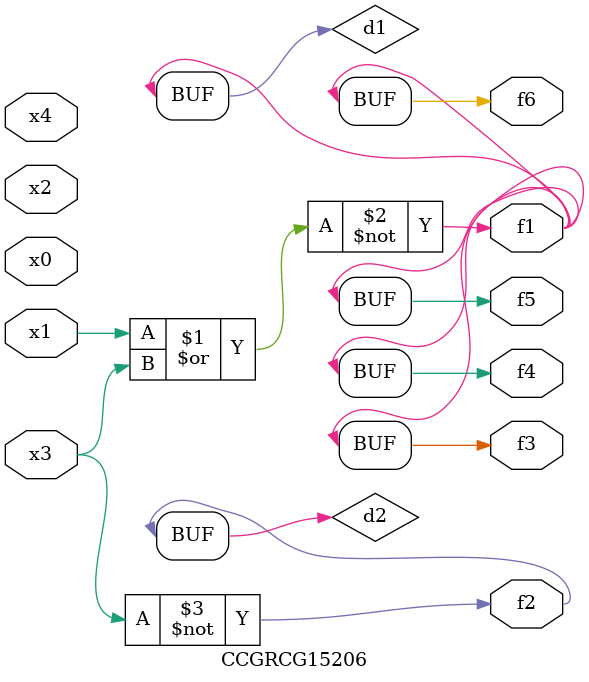
<source format=v>
module CCGRCG15206(
	input x0, x1, x2, x3, x4,
	output f1, f2, f3, f4, f5, f6
);

	wire d1, d2;

	nor (d1, x1, x3);
	not (d2, x3);
	assign f1 = d1;
	assign f2 = d2;
	assign f3 = d1;
	assign f4 = d1;
	assign f5 = d1;
	assign f6 = d1;
endmodule

</source>
